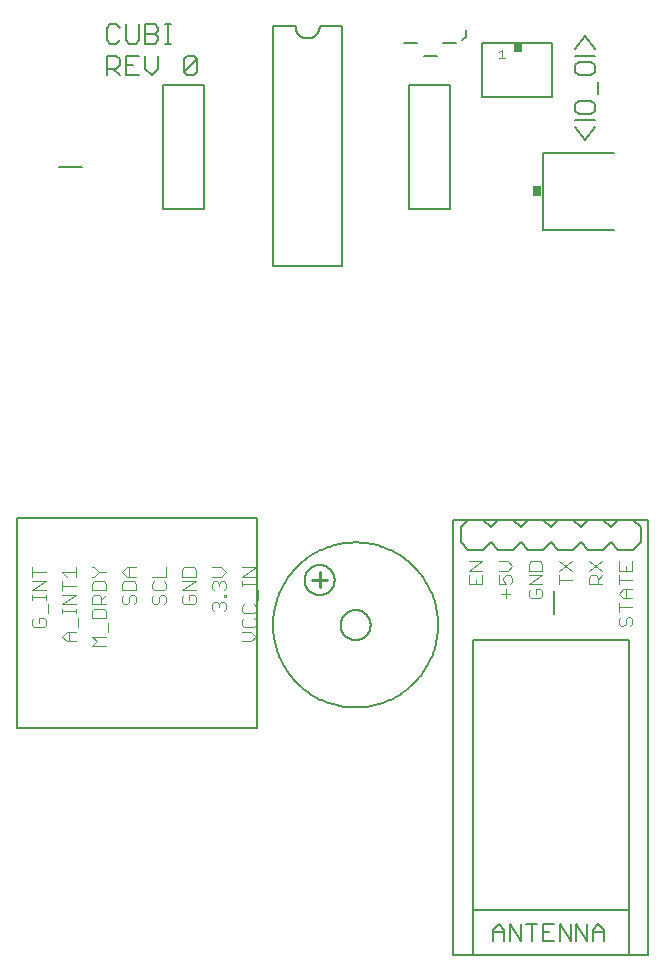
<source format=gto>
G75*
%MOIN*%
%OFA0B0*%
%FSLAX25Y25*%
%IPPOS*%
%LPD*%
%AMOC8*
5,1,8,0,0,1.08239X$1,22.5*
%
%ADD10C,0.00600*%
%ADD11C,0.00800*%
%ADD12C,0.00500*%
%ADD13C,0.00300*%
%ADD14R,0.02500X0.02500*%
%ADD15C,0.01000*%
%ADD16C,0.00400*%
%ADD17R,0.03000X0.03400*%
D10*
X0098300Y0137667D02*
X0098302Y0137808D01*
X0098308Y0137949D01*
X0098318Y0138089D01*
X0098332Y0138229D01*
X0098350Y0138369D01*
X0098371Y0138508D01*
X0098397Y0138647D01*
X0098426Y0138785D01*
X0098460Y0138921D01*
X0098497Y0139057D01*
X0098538Y0139192D01*
X0098583Y0139326D01*
X0098632Y0139458D01*
X0098684Y0139589D01*
X0098740Y0139718D01*
X0098800Y0139845D01*
X0098863Y0139971D01*
X0098929Y0140095D01*
X0099000Y0140218D01*
X0099073Y0140338D01*
X0099150Y0140456D01*
X0099230Y0140572D01*
X0099314Y0140685D01*
X0099400Y0140796D01*
X0099490Y0140905D01*
X0099583Y0141011D01*
X0099678Y0141114D01*
X0099777Y0141215D01*
X0099878Y0141313D01*
X0099982Y0141408D01*
X0100089Y0141500D01*
X0100198Y0141589D01*
X0100310Y0141674D01*
X0100424Y0141757D01*
X0100540Y0141837D01*
X0100659Y0141913D01*
X0100780Y0141985D01*
X0100902Y0142055D01*
X0101027Y0142120D01*
X0101153Y0142183D01*
X0101281Y0142241D01*
X0101411Y0142296D01*
X0101542Y0142348D01*
X0101675Y0142395D01*
X0101809Y0142439D01*
X0101944Y0142480D01*
X0102080Y0142516D01*
X0102217Y0142548D01*
X0102355Y0142577D01*
X0102493Y0142602D01*
X0102633Y0142622D01*
X0102773Y0142639D01*
X0102913Y0142652D01*
X0103054Y0142661D01*
X0103194Y0142666D01*
X0103335Y0142667D01*
X0103476Y0142664D01*
X0103617Y0142657D01*
X0103757Y0142646D01*
X0103897Y0142631D01*
X0104037Y0142612D01*
X0104176Y0142590D01*
X0104314Y0142563D01*
X0104452Y0142533D01*
X0104588Y0142498D01*
X0104724Y0142460D01*
X0104858Y0142418D01*
X0104992Y0142372D01*
X0105124Y0142323D01*
X0105254Y0142269D01*
X0105383Y0142212D01*
X0105510Y0142152D01*
X0105636Y0142088D01*
X0105759Y0142020D01*
X0105881Y0141949D01*
X0106001Y0141875D01*
X0106118Y0141797D01*
X0106233Y0141716D01*
X0106346Y0141632D01*
X0106457Y0141545D01*
X0106565Y0141454D01*
X0106670Y0141361D01*
X0106773Y0141264D01*
X0106873Y0141165D01*
X0106970Y0141063D01*
X0107064Y0140958D01*
X0107155Y0140851D01*
X0107243Y0140741D01*
X0107328Y0140629D01*
X0107410Y0140514D01*
X0107489Y0140397D01*
X0107564Y0140278D01*
X0107636Y0140157D01*
X0107704Y0140034D01*
X0107769Y0139909D01*
X0107831Y0139782D01*
X0107888Y0139653D01*
X0107943Y0139523D01*
X0107993Y0139392D01*
X0108040Y0139259D01*
X0108083Y0139125D01*
X0108122Y0138989D01*
X0108157Y0138853D01*
X0108189Y0138716D01*
X0108216Y0138578D01*
X0108240Y0138439D01*
X0108260Y0138299D01*
X0108276Y0138159D01*
X0108288Y0138019D01*
X0108296Y0137878D01*
X0108300Y0137737D01*
X0108300Y0137597D01*
X0108296Y0137456D01*
X0108288Y0137315D01*
X0108276Y0137175D01*
X0108260Y0137035D01*
X0108240Y0136895D01*
X0108216Y0136756D01*
X0108189Y0136618D01*
X0108157Y0136481D01*
X0108122Y0136345D01*
X0108083Y0136209D01*
X0108040Y0136075D01*
X0107993Y0135942D01*
X0107943Y0135811D01*
X0107888Y0135681D01*
X0107831Y0135552D01*
X0107769Y0135425D01*
X0107704Y0135300D01*
X0107636Y0135177D01*
X0107564Y0135056D01*
X0107489Y0134937D01*
X0107410Y0134820D01*
X0107328Y0134705D01*
X0107243Y0134593D01*
X0107155Y0134483D01*
X0107064Y0134376D01*
X0106970Y0134271D01*
X0106873Y0134169D01*
X0106773Y0134070D01*
X0106670Y0133973D01*
X0106565Y0133880D01*
X0106457Y0133789D01*
X0106346Y0133702D01*
X0106233Y0133618D01*
X0106118Y0133537D01*
X0106001Y0133459D01*
X0105881Y0133385D01*
X0105759Y0133314D01*
X0105636Y0133246D01*
X0105510Y0133182D01*
X0105383Y0133122D01*
X0105254Y0133065D01*
X0105124Y0133011D01*
X0104992Y0132962D01*
X0104858Y0132916D01*
X0104724Y0132874D01*
X0104588Y0132836D01*
X0104452Y0132801D01*
X0104314Y0132771D01*
X0104176Y0132744D01*
X0104037Y0132722D01*
X0103897Y0132703D01*
X0103757Y0132688D01*
X0103617Y0132677D01*
X0103476Y0132670D01*
X0103335Y0132667D01*
X0103194Y0132668D01*
X0103054Y0132673D01*
X0102913Y0132682D01*
X0102773Y0132695D01*
X0102633Y0132712D01*
X0102493Y0132732D01*
X0102355Y0132757D01*
X0102217Y0132786D01*
X0102080Y0132818D01*
X0101944Y0132854D01*
X0101809Y0132895D01*
X0101675Y0132939D01*
X0101542Y0132986D01*
X0101411Y0133038D01*
X0101281Y0133093D01*
X0101153Y0133151D01*
X0101027Y0133214D01*
X0100902Y0133279D01*
X0100780Y0133349D01*
X0100659Y0133421D01*
X0100540Y0133497D01*
X0100424Y0133577D01*
X0100310Y0133660D01*
X0100198Y0133745D01*
X0100089Y0133834D01*
X0099982Y0133926D01*
X0099878Y0134021D01*
X0099777Y0134119D01*
X0099678Y0134220D01*
X0099583Y0134323D01*
X0099490Y0134429D01*
X0099400Y0134538D01*
X0099314Y0134649D01*
X0099230Y0134762D01*
X0099150Y0134878D01*
X0099073Y0134996D01*
X0099000Y0135116D01*
X0098929Y0135239D01*
X0098863Y0135363D01*
X0098800Y0135489D01*
X0098740Y0135616D01*
X0098684Y0135745D01*
X0098632Y0135876D01*
X0098583Y0136008D01*
X0098538Y0136142D01*
X0098497Y0136277D01*
X0098460Y0136413D01*
X0098426Y0136549D01*
X0098397Y0136687D01*
X0098371Y0136826D01*
X0098350Y0136965D01*
X0098332Y0137105D01*
X0098318Y0137245D01*
X0098308Y0137385D01*
X0098302Y0137526D01*
X0098300Y0137667D01*
X0110300Y0122667D02*
X0110302Y0122808D01*
X0110308Y0122949D01*
X0110318Y0123089D01*
X0110332Y0123229D01*
X0110350Y0123369D01*
X0110371Y0123508D01*
X0110397Y0123647D01*
X0110426Y0123785D01*
X0110460Y0123921D01*
X0110497Y0124057D01*
X0110538Y0124192D01*
X0110583Y0124326D01*
X0110632Y0124458D01*
X0110684Y0124589D01*
X0110740Y0124718D01*
X0110800Y0124845D01*
X0110863Y0124971D01*
X0110929Y0125095D01*
X0111000Y0125218D01*
X0111073Y0125338D01*
X0111150Y0125456D01*
X0111230Y0125572D01*
X0111314Y0125685D01*
X0111400Y0125796D01*
X0111490Y0125905D01*
X0111583Y0126011D01*
X0111678Y0126114D01*
X0111777Y0126215D01*
X0111878Y0126313D01*
X0111982Y0126408D01*
X0112089Y0126500D01*
X0112198Y0126589D01*
X0112310Y0126674D01*
X0112424Y0126757D01*
X0112540Y0126837D01*
X0112659Y0126913D01*
X0112780Y0126985D01*
X0112902Y0127055D01*
X0113027Y0127120D01*
X0113153Y0127183D01*
X0113281Y0127241D01*
X0113411Y0127296D01*
X0113542Y0127348D01*
X0113675Y0127395D01*
X0113809Y0127439D01*
X0113944Y0127480D01*
X0114080Y0127516D01*
X0114217Y0127548D01*
X0114355Y0127577D01*
X0114493Y0127602D01*
X0114633Y0127622D01*
X0114773Y0127639D01*
X0114913Y0127652D01*
X0115054Y0127661D01*
X0115194Y0127666D01*
X0115335Y0127667D01*
X0115476Y0127664D01*
X0115617Y0127657D01*
X0115757Y0127646D01*
X0115897Y0127631D01*
X0116037Y0127612D01*
X0116176Y0127590D01*
X0116314Y0127563D01*
X0116452Y0127533D01*
X0116588Y0127498D01*
X0116724Y0127460D01*
X0116858Y0127418D01*
X0116992Y0127372D01*
X0117124Y0127323D01*
X0117254Y0127269D01*
X0117383Y0127212D01*
X0117510Y0127152D01*
X0117636Y0127088D01*
X0117759Y0127020D01*
X0117881Y0126949D01*
X0118001Y0126875D01*
X0118118Y0126797D01*
X0118233Y0126716D01*
X0118346Y0126632D01*
X0118457Y0126545D01*
X0118565Y0126454D01*
X0118670Y0126361D01*
X0118773Y0126264D01*
X0118873Y0126165D01*
X0118970Y0126063D01*
X0119064Y0125958D01*
X0119155Y0125851D01*
X0119243Y0125741D01*
X0119328Y0125629D01*
X0119410Y0125514D01*
X0119489Y0125397D01*
X0119564Y0125278D01*
X0119636Y0125157D01*
X0119704Y0125034D01*
X0119769Y0124909D01*
X0119831Y0124782D01*
X0119888Y0124653D01*
X0119943Y0124523D01*
X0119993Y0124392D01*
X0120040Y0124259D01*
X0120083Y0124125D01*
X0120122Y0123989D01*
X0120157Y0123853D01*
X0120189Y0123716D01*
X0120216Y0123578D01*
X0120240Y0123439D01*
X0120260Y0123299D01*
X0120276Y0123159D01*
X0120288Y0123019D01*
X0120296Y0122878D01*
X0120300Y0122737D01*
X0120300Y0122597D01*
X0120296Y0122456D01*
X0120288Y0122315D01*
X0120276Y0122175D01*
X0120260Y0122035D01*
X0120240Y0121895D01*
X0120216Y0121756D01*
X0120189Y0121618D01*
X0120157Y0121481D01*
X0120122Y0121345D01*
X0120083Y0121209D01*
X0120040Y0121075D01*
X0119993Y0120942D01*
X0119943Y0120811D01*
X0119888Y0120681D01*
X0119831Y0120552D01*
X0119769Y0120425D01*
X0119704Y0120300D01*
X0119636Y0120177D01*
X0119564Y0120056D01*
X0119489Y0119937D01*
X0119410Y0119820D01*
X0119328Y0119705D01*
X0119243Y0119593D01*
X0119155Y0119483D01*
X0119064Y0119376D01*
X0118970Y0119271D01*
X0118873Y0119169D01*
X0118773Y0119070D01*
X0118670Y0118973D01*
X0118565Y0118880D01*
X0118457Y0118789D01*
X0118346Y0118702D01*
X0118233Y0118618D01*
X0118118Y0118537D01*
X0118001Y0118459D01*
X0117881Y0118385D01*
X0117759Y0118314D01*
X0117636Y0118246D01*
X0117510Y0118182D01*
X0117383Y0118122D01*
X0117254Y0118065D01*
X0117124Y0118011D01*
X0116992Y0117962D01*
X0116858Y0117916D01*
X0116724Y0117874D01*
X0116588Y0117836D01*
X0116452Y0117801D01*
X0116314Y0117771D01*
X0116176Y0117744D01*
X0116037Y0117722D01*
X0115897Y0117703D01*
X0115757Y0117688D01*
X0115617Y0117677D01*
X0115476Y0117670D01*
X0115335Y0117667D01*
X0115194Y0117668D01*
X0115054Y0117673D01*
X0114913Y0117682D01*
X0114773Y0117695D01*
X0114633Y0117712D01*
X0114493Y0117732D01*
X0114355Y0117757D01*
X0114217Y0117786D01*
X0114080Y0117818D01*
X0113944Y0117854D01*
X0113809Y0117895D01*
X0113675Y0117939D01*
X0113542Y0117986D01*
X0113411Y0118038D01*
X0113281Y0118093D01*
X0113153Y0118151D01*
X0113027Y0118214D01*
X0112902Y0118279D01*
X0112780Y0118349D01*
X0112659Y0118421D01*
X0112540Y0118497D01*
X0112424Y0118577D01*
X0112310Y0118660D01*
X0112198Y0118745D01*
X0112089Y0118834D01*
X0111982Y0118926D01*
X0111878Y0119021D01*
X0111777Y0119119D01*
X0111678Y0119220D01*
X0111583Y0119323D01*
X0111490Y0119429D01*
X0111400Y0119538D01*
X0111314Y0119649D01*
X0111230Y0119762D01*
X0111150Y0119878D01*
X0111073Y0119996D01*
X0111000Y0120116D01*
X0110929Y0120239D01*
X0110863Y0120363D01*
X0110800Y0120489D01*
X0110740Y0120616D01*
X0110684Y0120745D01*
X0110632Y0120876D01*
X0110583Y0121008D01*
X0110538Y0121142D01*
X0110497Y0121277D01*
X0110460Y0121413D01*
X0110426Y0121549D01*
X0110397Y0121687D01*
X0110371Y0121826D01*
X0110350Y0121965D01*
X0110332Y0122105D01*
X0110318Y0122245D01*
X0110308Y0122385D01*
X0110302Y0122526D01*
X0110300Y0122667D01*
X0087800Y0122667D02*
X0087808Y0123342D01*
X0087833Y0124016D01*
X0087875Y0124690D01*
X0087932Y0125362D01*
X0088007Y0126033D01*
X0088098Y0126702D01*
X0088205Y0127368D01*
X0088328Y0128032D01*
X0088468Y0128692D01*
X0088624Y0129349D01*
X0088796Y0130002D01*
X0088984Y0130650D01*
X0089188Y0131293D01*
X0089408Y0131931D01*
X0089643Y0132564D01*
X0089893Y0133191D01*
X0090159Y0133811D01*
X0090440Y0134425D01*
X0090736Y0135031D01*
X0091047Y0135630D01*
X0091373Y0136222D01*
X0091712Y0136805D01*
X0092067Y0137379D01*
X0092435Y0137945D01*
X0092816Y0138502D01*
X0093212Y0139049D01*
X0093620Y0139586D01*
X0094042Y0140113D01*
X0094477Y0140629D01*
X0094924Y0141135D01*
X0095383Y0141629D01*
X0095855Y0142112D01*
X0096338Y0142584D01*
X0096832Y0143043D01*
X0097338Y0143490D01*
X0097854Y0143925D01*
X0098381Y0144347D01*
X0098918Y0144755D01*
X0099465Y0145151D01*
X0100022Y0145532D01*
X0100588Y0145900D01*
X0101162Y0146255D01*
X0101745Y0146594D01*
X0102337Y0146920D01*
X0102936Y0147231D01*
X0103542Y0147527D01*
X0104156Y0147808D01*
X0104776Y0148074D01*
X0105403Y0148324D01*
X0106036Y0148559D01*
X0106674Y0148779D01*
X0107317Y0148983D01*
X0107965Y0149171D01*
X0108618Y0149343D01*
X0109275Y0149499D01*
X0109935Y0149639D01*
X0110599Y0149762D01*
X0111265Y0149869D01*
X0111934Y0149960D01*
X0112605Y0150035D01*
X0113277Y0150092D01*
X0113951Y0150134D01*
X0114625Y0150159D01*
X0115300Y0150167D01*
X0115975Y0150159D01*
X0116649Y0150134D01*
X0117323Y0150092D01*
X0117995Y0150035D01*
X0118666Y0149960D01*
X0119335Y0149869D01*
X0120001Y0149762D01*
X0120665Y0149639D01*
X0121325Y0149499D01*
X0121982Y0149343D01*
X0122635Y0149171D01*
X0123283Y0148983D01*
X0123926Y0148779D01*
X0124564Y0148559D01*
X0125197Y0148324D01*
X0125824Y0148074D01*
X0126444Y0147808D01*
X0127058Y0147527D01*
X0127664Y0147231D01*
X0128263Y0146920D01*
X0128855Y0146594D01*
X0129438Y0146255D01*
X0130012Y0145900D01*
X0130578Y0145532D01*
X0131135Y0145151D01*
X0131682Y0144755D01*
X0132219Y0144347D01*
X0132746Y0143925D01*
X0133262Y0143490D01*
X0133768Y0143043D01*
X0134262Y0142584D01*
X0134745Y0142112D01*
X0135217Y0141629D01*
X0135676Y0141135D01*
X0136123Y0140629D01*
X0136558Y0140113D01*
X0136980Y0139586D01*
X0137388Y0139049D01*
X0137784Y0138502D01*
X0138165Y0137945D01*
X0138533Y0137379D01*
X0138888Y0136805D01*
X0139227Y0136222D01*
X0139553Y0135630D01*
X0139864Y0135031D01*
X0140160Y0134425D01*
X0140441Y0133811D01*
X0140707Y0133191D01*
X0140957Y0132564D01*
X0141192Y0131931D01*
X0141412Y0131293D01*
X0141616Y0130650D01*
X0141804Y0130002D01*
X0141976Y0129349D01*
X0142132Y0128692D01*
X0142272Y0128032D01*
X0142395Y0127368D01*
X0142502Y0126702D01*
X0142593Y0126033D01*
X0142668Y0125362D01*
X0142725Y0124690D01*
X0142767Y0124016D01*
X0142792Y0123342D01*
X0142800Y0122667D01*
X0142792Y0121992D01*
X0142767Y0121318D01*
X0142725Y0120644D01*
X0142668Y0119972D01*
X0142593Y0119301D01*
X0142502Y0118632D01*
X0142395Y0117966D01*
X0142272Y0117302D01*
X0142132Y0116642D01*
X0141976Y0115985D01*
X0141804Y0115332D01*
X0141616Y0114684D01*
X0141412Y0114041D01*
X0141192Y0113403D01*
X0140957Y0112770D01*
X0140707Y0112143D01*
X0140441Y0111523D01*
X0140160Y0110909D01*
X0139864Y0110303D01*
X0139553Y0109704D01*
X0139227Y0109112D01*
X0138888Y0108529D01*
X0138533Y0107955D01*
X0138165Y0107389D01*
X0137784Y0106832D01*
X0137388Y0106285D01*
X0136980Y0105748D01*
X0136558Y0105221D01*
X0136123Y0104705D01*
X0135676Y0104199D01*
X0135217Y0103705D01*
X0134745Y0103222D01*
X0134262Y0102750D01*
X0133768Y0102291D01*
X0133262Y0101844D01*
X0132746Y0101409D01*
X0132219Y0100987D01*
X0131682Y0100579D01*
X0131135Y0100183D01*
X0130578Y0099802D01*
X0130012Y0099434D01*
X0129438Y0099079D01*
X0128855Y0098740D01*
X0128263Y0098414D01*
X0127664Y0098103D01*
X0127058Y0097807D01*
X0126444Y0097526D01*
X0125824Y0097260D01*
X0125197Y0097010D01*
X0124564Y0096775D01*
X0123926Y0096555D01*
X0123283Y0096351D01*
X0122635Y0096163D01*
X0121982Y0095991D01*
X0121325Y0095835D01*
X0120665Y0095695D01*
X0120001Y0095572D01*
X0119335Y0095465D01*
X0118666Y0095374D01*
X0117995Y0095299D01*
X0117323Y0095242D01*
X0116649Y0095200D01*
X0115975Y0095175D01*
X0115300Y0095167D01*
X0114625Y0095175D01*
X0113951Y0095200D01*
X0113277Y0095242D01*
X0112605Y0095299D01*
X0111934Y0095374D01*
X0111265Y0095465D01*
X0110599Y0095572D01*
X0109935Y0095695D01*
X0109275Y0095835D01*
X0108618Y0095991D01*
X0107965Y0096163D01*
X0107317Y0096351D01*
X0106674Y0096555D01*
X0106036Y0096775D01*
X0105403Y0097010D01*
X0104776Y0097260D01*
X0104156Y0097526D01*
X0103542Y0097807D01*
X0102936Y0098103D01*
X0102337Y0098414D01*
X0101745Y0098740D01*
X0101162Y0099079D01*
X0100588Y0099434D01*
X0100022Y0099802D01*
X0099465Y0100183D01*
X0098918Y0100579D01*
X0098381Y0100987D01*
X0097854Y0101409D01*
X0097338Y0101844D01*
X0096832Y0102291D01*
X0096338Y0102750D01*
X0095855Y0103222D01*
X0095383Y0103705D01*
X0094924Y0104199D01*
X0094477Y0104705D01*
X0094042Y0105221D01*
X0093620Y0105748D01*
X0093212Y0106285D01*
X0092816Y0106832D01*
X0092435Y0107389D01*
X0092067Y0107955D01*
X0091712Y0108529D01*
X0091373Y0109112D01*
X0091047Y0109704D01*
X0090736Y0110303D01*
X0090440Y0110909D01*
X0090159Y0111523D01*
X0089893Y0112143D01*
X0089643Y0112770D01*
X0089408Y0113403D01*
X0089188Y0114041D01*
X0088984Y0114684D01*
X0088796Y0115332D01*
X0088624Y0115985D01*
X0088468Y0116642D01*
X0088328Y0117302D01*
X0088205Y0117966D01*
X0088098Y0118632D01*
X0088007Y0119301D01*
X0087932Y0119972D01*
X0087875Y0120644D01*
X0087833Y0121318D01*
X0087808Y0121992D01*
X0087800Y0122667D01*
X0087800Y0242167D02*
X0110800Y0242167D01*
X0110800Y0322167D01*
X0103300Y0322167D01*
X0103298Y0322041D01*
X0103292Y0321916D01*
X0103282Y0321791D01*
X0103268Y0321666D01*
X0103251Y0321541D01*
X0103229Y0321417D01*
X0103204Y0321294D01*
X0103174Y0321172D01*
X0103141Y0321051D01*
X0103104Y0320931D01*
X0103064Y0320812D01*
X0103019Y0320695D01*
X0102971Y0320578D01*
X0102919Y0320464D01*
X0102864Y0320351D01*
X0102805Y0320240D01*
X0102743Y0320131D01*
X0102677Y0320024D01*
X0102608Y0319919D01*
X0102536Y0319816D01*
X0102461Y0319715D01*
X0102382Y0319617D01*
X0102300Y0319522D01*
X0102216Y0319429D01*
X0102128Y0319339D01*
X0102038Y0319251D01*
X0101945Y0319167D01*
X0101850Y0319085D01*
X0101752Y0319006D01*
X0101651Y0318931D01*
X0101548Y0318859D01*
X0101443Y0318790D01*
X0101336Y0318724D01*
X0101227Y0318662D01*
X0101116Y0318603D01*
X0101003Y0318548D01*
X0100889Y0318496D01*
X0100772Y0318448D01*
X0100655Y0318403D01*
X0100536Y0318363D01*
X0100416Y0318326D01*
X0100295Y0318293D01*
X0100173Y0318263D01*
X0100050Y0318238D01*
X0099926Y0318216D01*
X0099801Y0318199D01*
X0099676Y0318185D01*
X0099551Y0318175D01*
X0099426Y0318169D01*
X0099300Y0318167D01*
X0099174Y0318169D01*
X0099049Y0318175D01*
X0098924Y0318185D01*
X0098799Y0318199D01*
X0098674Y0318216D01*
X0098550Y0318238D01*
X0098427Y0318263D01*
X0098305Y0318293D01*
X0098184Y0318326D01*
X0098064Y0318363D01*
X0097945Y0318403D01*
X0097828Y0318448D01*
X0097711Y0318496D01*
X0097597Y0318548D01*
X0097484Y0318603D01*
X0097373Y0318662D01*
X0097264Y0318724D01*
X0097157Y0318790D01*
X0097052Y0318859D01*
X0096949Y0318931D01*
X0096848Y0319006D01*
X0096750Y0319085D01*
X0096655Y0319167D01*
X0096562Y0319251D01*
X0096472Y0319339D01*
X0096384Y0319429D01*
X0096300Y0319522D01*
X0096218Y0319617D01*
X0096139Y0319715D01*
X0096064Y0319816D01*
X0095992Y0319919D01*
X0095923Y0320024D01*
X0095857Y0320131D01*
X0095795Y0320240D01*
X0095736Y0320351D01*
X0095681Y0320464D01*
X0095629Y0320578D01*
X0095581Y0320695D01*
X0095536Y0320812D01*
X0095496Y0320931D01*
X0095459Y0321051D01*
X0095426Y0321172D01*
X0095396Y0321294D01*
X0095371Y0321417D01*
X0095349Y0321541D01*
X0095332Y0321666D01*
X0095318Y0321791D01*
X0095308Y0321916D01*
X0095302Y0322041D01*
X0095300Y0322167D01*
X0087800Y0322167D01*
X0087800Y0242167D01*
X0061357Y0305967D02*
X0059222Y0305967D01*
X0058154Y0307034D01*
X0062425Y0311305D01*
X0062425Y0307034D01*
X0061357Y0305967D01*
X0058154Y0307034D02*
X0058154Y0311305D01*
X0059222Y0312372D01*
X0061357Y0312372D01*
X0062425Y0311305D01*
X0053844Y0316467D02*
X0051709Y0316467D01*
X0052777Y0316467D02*
X0052777Y0322872D01*
X0053844Y0322872D02*
X0051709Y0322872D01*
X0049534Y0321805D02*
X0049534Y0320737D01*
X0048466Y0319669D01*
X0045263Y0319669D01*
X0043088Y0317534D02*
X0043088Y0322872D01*
X0045263Y0322872D02*
X0048466Y0322872D01*
X0049534Y0321805D01*
X0048466Y0319669D02*
X0049534Y0318602D01*
X0049534Y0317534D01*
X0048466Y0316467D01*
X0045263Y0316467D01*
X0045263Y0322872D01*
X0043088Y0317534D02*
X0042021Y0316467D01*
X0039886Y0316467D01*
X0038818Y0317534D01*
X0038818Y0322872D01*
X0036643Y0321805D02*
X0035575Y0322872D01*
X0033440Y0322872D01*
X0032372Y0321805D01*
X0032372Y0317534D01*
X0033440Y0316467D01*
X0035575Y0316467D01*
X0036643Y0317534D01*
X0035575Y0312372D02*
X0032372Y0312372D01*
X0032372Y0305967D01*
X0032372Y0308102D02*
X0035575Y0308102D01*
X0036643Y0309169D01*
X0036643Y0311305D01*
X0035575Y0312372D01*
X0034508Y0308102D02*
X0036643Y0305967D01*
X0038818Y0305967D02*
X0038818Y0312372D01*
X0043088Y0312372D01*
X0045263Y0312372D02*
X0045263Y0308102D01*
X0047399Y0305967D01*
X0049534Y0308102D01*
X0049534Y0312372D01*
X0043088Y0305967D02*
X0038818Y0305967D01*
X0038818Y0309169D02*
X0040953Y0309169D01*
X0131600Y0316669D02*
X0135870Y0316669D01*
X0138045Y0312399D02*
X0142316Y0312399D01*
X0144491Y0316669D02*
X0148761Y0316669D01*
X0150936Y0317737D02*
X0152004Y0318805D01*
X0152004Y0320940D01*
X0188595Y0314546D02*
X0191797Y0318816D01*
X0195000Y0314546D01*
X0195000Y0312397D02*
X0188595Y0312397D01*
X0189662Y0310222D02*
X0188595Y0309154D01*
X0188595Y0307019D01*
X0189662Y0305952D01*
X0193932Y0305952D01*
X0195000Y0307019D01*
X0195000Y0309154D01*
X0193932Y0310222D01*
X0189662Y0310222D01*
X0196068Y0303776D02*
X0196068Y0299506D01*
X0193932Y0297331D02*
X0189662Y0297331D01*
X0188595Y0296263D01*
X0188595Y0294128D01*
X0189662Y0293061D01*
X0193932Y0293061D01*
X0195000Y0294128D01*
X0195000Y0296263D01*
X0193932Y0297331D01*
X0195000Y0290912D02*
X0188595Y0290912D01*
X0188595Y0288737D02*
X0191797Y0284467D01*
X0195000Y0288737D01*
D11*
X0201400Y0280067D02*
X0177800Y0280068D01*
X0177800Y0254265D01*
X0201400Y0254267D01*
X0181300Y0133917D02*
X0181300Y0126417D01*
X0024050Y0275167D02*
X0016550Y0275167D01*
D12*
X0002300Y0158167D02*
X0002300Y0088167D01*
X0082300Y0088167D01*
X0082300Y0158167D01*
X0002300Y0158167D01*
X0051024Y0261167D02*
X0064804Y0261167D01*
X0064804Y0302505D01*
X0051024Y0302505D01*
X0051024Y0261167D01*
X0133024Y0261167D02*
X0146804Y0261167D01*
X0146804Y0302505D01*
X0133024Y0302505D01*
X0133024Y0261167D01*
X0157587Y0298787D02*
X0157587Y0316503D01*
X0180619Y0316503D01*
X0180619Y0298787D01*
X0157587Y0298787D01*
X0157800Y0157667D02*
X0160300Y0155167D01*
X0162800Y0157667D01*
X0167800Y0157667D02*
X0170300Y0155167D01*
X0172800Y0157667D01*
X0177800Y0157667D02*
X0180300Y0155167D01*
X0182800Y0157667D01*
X0147800Y0157667D01*
X0147800Y0012667D01*
X0154300Y0012667D01*
X0154300Y0027667D01*
X0206300Y0027667D01*
X0206300Y0117667D01*
X0154300Y0117667D01*
X0154300Y0027667D01*
X0161213Y0021086D02*
X0161213Y0017417D01*
X0161213Y0020169D02*
X0164883Y0020169D01*
X0164883Y0021086D02*
X0164883Y0017417D01*
X0166738Y0017417D02*
X0166738Y0022921D01*
X0170408Y0017417D01*
X0170408Y0022921D01*
X0172263Y0022921D02*
X0175933Y0022921D01*
X0174098Y0022921D02*
X0174098Y0017417D01*
X0177788Y0017417D02*
X0177788Y0022921D01*
X0181457Y0022921D01*
X0183312Y0022921D02*
X0183312Y0017417D01*
X0181457Y0017417D02*
X0177788Y0017417D01*
X0177788Y0020169D02*
X0179623Y0020169D01*
X0183312Y0022921D02*
X0186982Y0017417D01*
X0186982Y0022921D01*
X0188837Y0022921D02*
X0188837Y0017417D01*
X0192507Y0017417D02*
X0188837Y0022921D01*
X0192507Y0022921D02*
X0192507Y0017417D01*
X0194362Y0017417D02*
X0194362Y0021086D01*
X0196197Y0022921D01*
X0198032Y0021086D01*
X0198032Y0017417D01*
X0198032Y0020169D02*
X0194362Y0020169D01*
X0206300Y0027667D02*
X0206300Y0012667D01*
X0212800Y0012667D01*
X0212800Y0157667D01*
X0207800Y0157667D01*
X0210300Y0155167D01*
X0210300Y0150167D01*
X0207800Y0147667D01*
X0202800Y0147667D01*
X0200300Y0150167D01*
X0197800Y0147667D01*
X0192800Y0147667D01*
X0190300Y0150167D01*
X0187800Y0147667D01*
X0182800Y0147667D01*
X0180300Y0150167D01*
X0177800Y0147667D01*
X0172800Y0147667D01*
X0170300Y0150167D01*
X0167800Y0147667D01*
X0162800Y0147667D01*
X0160300Y0150167D01*
X0157800Y0147667D01*
X0152800Y0147667D01*
X0150300Y0150167D01*
X0150300Y0155167D01*
X0152800Y0157667D01*
X0182800Y0157667D02*
X0187800Y0157667D01*
X0190300Y0155167D01*
X0192800Y0157667D01*
X0187800Y0157667D01*
X0192800Y0157667D02*
X0197800Y0157667D01*
X0200300Y0155167D01*
X0202800Y0157667D01*
X0197800Y0157667D01*
X0202800Y0157667D02*
X0207800Y0157667D01*
X0163048Y0022921D02*
X0161213Y0021086D01*
X0163048Y0022921D02*
X0164883Y0021086D01*
X0154300Y0012667D02*
X0206300Y0012667D01*
D13*
X0164994Y0311554D02*
X0163059Y0311554D01*
X0164026Y0311554D02*
X0164026Y0314456D01*
X0163059Y0313489D01*
D14*
X0169300Y0315029D03*
D15*
X0103300Y0140167D02*
X0103300Y0135167D01*
X0100800Y0137667D02*
X0105800Y0137667D01*
D16*
X0082867Y0134159D02*
X0082867Y0131089D01*
X0081333Y0129555D02*
X0082100Y0128787D01*
X0082100Y0127253D01*
X0081333Y0126486D01*
X0078263Y0126486D01*
X0077496Y0127253D01*
X0077496Y0128787D01*
X0078263Y0129555D01*
X0078263Y0124951D02*
X0077496Y0124184D01*
X0077496Y0122649D01*
X0078263Y0121882D01*
X0081333Y0121882D01*
X0082100Y0122649D01*
X0082100Y0124184D01*
X0081333Y0124951D01*
X0080565Y0120347D02*
X0077496Y0120347D01*
X0077496Y0117278D02*
X0080565Y0117278D01*
X0082100Y0118812D01*
X0080565Y0120347D01*
X0072100Y0128020D02*
X0071333Y0127253D01*
X0072100Y0128020D02*
X0072100Y0129555D01*
X0071333Y0130322D01*
X0070565Y0130322D01*
X0069798Y0129555D01*
X0069798Y0128788D01*
X0069798Y0129555D02*
X0069031Y0130322D01*
X0068263Y0130322D01*
X0067496Y0129555D01*
X0067496Y0128020D01*
X0068263Y0127253D01*
X0071333Y0131857D02*
X0071333Y0132624D01*
X0072100Y0132624D01*
X0072100Y0131857D01*
X0071333Y0131857D01*
X0071333Y0134159D02*
X0072100Y0134926D01*
X0072100Y0136461D01*
X0071333Y0137228D01*
X0070565Y0137228D01*
X0069798Y0136461D01*
X0069798Y0135693D01*
X0069798Y0136461D02*
X0069031Y0137228D01*
X0068263Y0137228D01*
X0067496Y0136461D01*
X0067496Y0134926D01*
X0068263Y0134159D01*
X0067496Y0138763D02*
X0070565Y0138763D01*
X0072100Y0140297D01*
X0070565Y0141832D01*
X0067496Y0141832D01*
X0062100Y0141065D02*
X0062100Y0138763D01*
X0057496Y0138763D01*
X0057496Y0141065D01*
X0058263Y0141832D01*
X0061333Y0141832D01*
X0062100Y0141065D01*
X0062100Y0137228D02*
X0057496Y0137228D01*
X0057496Y0134159D02*
X0062100Y0137228D01*
X0062100Y0134159D02*
X0057496Y0134159D01*
X0058263Y0132624D02*
X0057496Y0131857D01*
X0057496Y0130322D01*
X0058263Y0129555D01*
X0061333Y0129555D01*
X0062100Y0130322D01*
X0062100Y0131857D01*
X0061333Y0132624D01*
X0059798Y0132624D01*
X0059798Y0131089D01*
X0052100Y0130322D02*
X0051333Y0129555D01*
X0052100Y0130322D02*
X0052100Y0131857D01*
X0051333Y0132624D01*
X0050565Y0132624D01*
X0049798Y0131857D01*
X0049798Y0130322D01*
X0049031Y0129555D01*
X0048263Y0129555D01*
X0047496Y0130322D01*
X0047496Y0131857D01*
X0048263Y0132624D01*
X0048263Y0134159D02*
X0051333Y0134159D01*
X0052100Y0134926D01*
X0052100Y0136461D01*
X0051333Y0137228D01*
X0052100Y0138763D02*
X0052100Y0141832D01*
X0052100Y0138763D02*
X0047496Y0138763D01*
X0048263Y0137228D02*
X0047496Y0136461D01*
X0047496Y0134926D01*
X0048263Y0134159D01*
X0042100Y0134159D02*
X0042100Y0136461D01*
X0041333Y0137228D01*
X0038263Y0137228D01*
X0037496Y0136461D01*
X0037496Y0134159D01*
X0042100Y0134159D01*
X0041333Y0132624D02*
X0042100Y0131857D01*
X0042100Y0130322D01*
X0041333Y0129555D01*
X0039798Y0130322D02*
X0039798Y0131857D01*
X0040565Y0132624D01*
X0041333Y0132624D01*
X0039798Y0130322D02*
X0039031Y0129555D01*
X0038263Y0129555D01*
X0037496Y0130322D01*
X0037496Y0131857D01*
X0038263Y0132624D01*
X0039031Y0138763D02*
X0037496Y0140297D01*
X0039031Y0141832D01*
X0042100Y0141832D01*
X0039798Y0141832D02*
X0039798Y0138763D01*
X0039031Y0138763D02*
X0042100Y0138763D01*
X0032100Y0140297D02*
X0029798Y0140297D01*
X0028263Y0141832D01*
X0027496Y0141832D01*
X0029798Y0140297D02*
X0028263Y0138763D01*
X0027496Y0138763D01*
X0028263Y0137228D02*
X0027496Y0136461D01*
X0027496Y0134159D01*
X0032100Y0134159D01*
X0032100Y0136461D01*
X0031333Y0137228D01*
X0028263Y0137228D01*
X0028263Y0132624D02*
X0029798Y0132624D01*
X0030565Y0131857D01*
X0030565Y0129555D01*
X0030565Y0131089D02*
X0032100Y0132624D01*
X0032100Y0129555D02*
X0027496Y0129555D01*
X0027496Y0131857D01*
X0028263Y0132624D01*
X0028263Y0128020D02*
X0027496Y0127253D01*
X0027496Y0124951D01*
X0032100Y0124951D01*
X0032100Y0127253D01*
X0031333Y0128020D01*
X0028263Y0128020D01*
X0022100Y0128020D02*
X0022100Y0126486D01*
X0022100Y0127253D02*
X0017496Y0127253D01*
X0017496Y0126486D02*
X0017496Y0128020D01*
X0017496Y0129555D02*
X0022100Y0132624D01*
X0017496Y0132624D01*
X0017496Y0134159D02*
X0017496Y0137228D01*
X0017496Y0135693D02*
X0022100Y0135693D01*
X0022100Y0138763D02*
X0022100Y0141832D01*
X0022100Y0140297D02*
X0017496Y0140297D01*
X0019031Y0138763D01*
X0012100Y0140297D02*
X0007496Y0140297D01*
X0007496Y0138763D02*
X0007496Y0141832D01*
X0007496Y0137228D02*
X0012100Y0137228D01*
X0007496Y0134159D01*
X0012100Y0134159D01*
X0012100Y0132624D02*
X0012100Y0131089D01*
X0012100Y0131857D02*
X0007496Y0131857D01*
X0007496Y0132624D02*
X0007496Y0131089D01*
X0012867Y0129555D02*
X0012867Y0126486D01*
X0011333Y0124951D02*
X0009798Y0124951D01*
X0009798Y0123416D01*
X0008263Y0121882D02*
X0011333Y0121882D01*
X0012100Y0122649D01*
X0012100Y0124184D01*
X0011333Y0124951D01*
X0008263Y0124951D02*
X0007496Y0124184D01*
X0007496Y0122649D01*
X0008263Y0121882D01*
X0017496Y0118812D02*
X0019031Y0120347D01*
X0022100Y0120347D01*
X0022867Y0121882D02*
X0022867Y0124951D01*
X0022100Y0129555D02*
X0017496Y0129555D01*
X0019798Y0120347D02*
X0019798Y0117278D01*
X0019031Y0117278D02*
X0017496Y0118812D01*
X0019031Y0117278D02*
X0022100Y0117278D01*
X0027496Y0118812D02*
X0032100Y0118812D01*
X0032867Y0120347D02*
X0032867Y0123416D01*
X0027496Y0118812D02*
X0029031Y0117278D01*
X0027496Y0115743D01*
X0032100Y0115743D01*
X0077496Y0135693D02*
X0077496Y0137228D01*
X0077496Y0136461D02*
X0082100Y0136461D01*
X0082100Y0137228D02*
X0082100Y0135693D01*
X0082100Y0138763D02*
X0077496Y0138763D01*
X0082100Y0141832D01*
X0077496Y0141832D01*
X0152996Y0140763D02*
X0157600Y0143832D01*
X0152996Y0143832D01*
X0152996Y0140763D02*
X0157600Y0140763D01*
X0157600Y0139228D02*
X0157600Y0136159D01*
X0152996Y0136159D01*
X0152996Y0139228D01*
X0155298Y0137693D02*
X0155298Y0136159D01*
X0162996Y0136159D02*
X0165298Y0136159D01*
X0164531Y0137693D01*
X0164531Y0138461D01*
X0165298Y0139228D01*
X0166833Y0139228D01*
X0167600Y0138461D01*
X0167600Y0136926D01*
X0166833Y0136159D01*
X0165298Y0134624D02*
X0165298Y0131555D01*
X0163763Y0133089D02*
X0166833Y0133089D01*
X0162996Y0136159D02*
X0162996Y0139228D01*
X0162996Y0140763D02*
X0166065Y0140763D01*
X0167600Y0142297D01*
X0166065Y0143832D01*
X0162996Y0143832D01*
X0172996Y0143065D02*
X0172996Y0140763D01*
X0177600Y0140763D01*
X0177600Y0143065D01*
X0176833Y0143832D01*
X0173763Y0143832D01*
X0172996Y0143065D01*
X0172996Y0139228D02*
X0177600Y0139228D01*
X0172996Y0136159D01*
X0177600Y0136159D01*
X0176833Y0134624D02*
X0175298Y0134624D01*
X0175298Y0133089D01*
X0173763Y0131555D02*
X0172996Y0132322D01*
X0172996Y0133857D01*
X0173763Y0134624D01*
X0173763Y0131555D02*
X0176833Y0131555D01*
X0177600Y0132322D01*
X0177600Y0133857D01*
X0176833Y0134624D01*
X0182996Y0136159D02*
X0182996Y0139228D01*
X0182996Y0137693D02*
X0187600Y0137693D01*
X0187600Y0140763D02*
X0182996Y0143832D01*
X0182996Y0140763D02*
X0187600Y0143832D01*
X0192996Y0143832D02*
X0197600Y0140763D01*
X0197600Y0139228D02*
X0196065Y0137693D01*
X0196065Y0138461D02*
X0196065Y0136159D01*
X0197600Y0136159D02*
X0192996Y0136159D01*
X0192996Y0138461D01*
X0193763Y0139228D01*
X0195298Y0139228D01*
X0196065Y0138461D01*
X0192996Y0140763D02*
X0197600Y0143832D01*
X0202996Y0143832D02*
X0202996Y0140763D01*
X0207600Y0140763D01*
X0207600Y0143832D01*
X0205298Y0142297D02*
X0205298Y0140763D01*
X0202996Y0139228D02*
X0202996Y0136159D01*
X0202996Y0137693D02*
X0207600Y0137693D01*
X0207600Y0134624D02*
X0204531Y0134624D01*
X0202996Y0133089D01*
X0204531Y0131555D01*
X0207600Y0131555D01*
X0205298Y0131555D02*
X0205298Y0134624D01*
X0202996Y0130020D02*
X0202996Y0126951D01*
X0202996Y0128486D02*
X0207600Y0128486D01*
X0206833Y0125416D02*
X0206065Y0125416D01*
X0205298Y0124649D01*
X0205298Y0123114D01*
X0204531Y0122347D01*
X0203763Y0122347D01*
X0202996Y0123114D01*
X0202996Y0124649D01*
X0203763Y0125416D01*
X0206833Y0125416D02*
X0207600Y0124649D01*
X0207600Y0123114D01*
X0206833Y0122347D01*
D17*
X0175900Y0267167D03*
M02*

</source>
